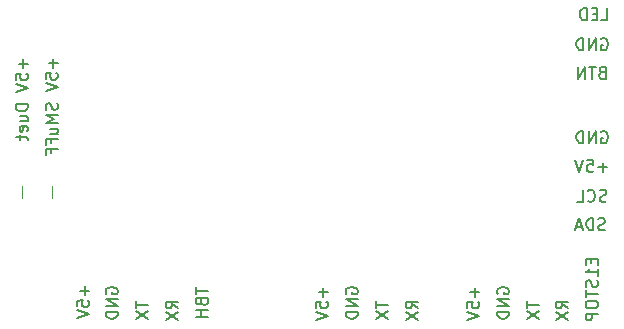
<source format=gbr>
G04 #@! TF.GenerationSoftware,KiCad,Pcbnew,(5.1.2)-2*
G04 #@! TF.CreationDate,2022-01-25T10:57:59+01:00*
G04 #@! TF.ProjectId,SMuFF-Ifc2-ESP32,534d7546-462d-4496-9663-322d45535033,rev?*
G04 #@! TF.SameCoordinates,Original*
G04 #@! TF.FileFunction,Legend,Bot*
G04 #@! TF.FilePolarity,Positive*
%FSLAX46Y46*%
G04 Gerber Fmt 4.6, Leading zero omitted, Abs format (unit mm)*
G04 Created by KiCad (PCBNEW (5.1.2)-2) date 2022-01-25 10:57:59*
%MOMM*%
%LPD*%
G04 APERTURE LIST*
%ADD10C,0.150000*%
%ADD11C,0.120000*%
G04 APERTURE END LIST*
D10*
X111323428Y-106537285D02*
X111323428Y-107299190D01*
X111704380Y-106918238D02*
X110942476Y-106918238D01*
X110704380Y-108251571D02*
X110704380Y-107775380D01*
X111180571Y-107727761D01*
X111132952Y-107775380D01*
X111085333Y-107870619D01*
X111085333Y-108108714D01*
X111132952Y-108203952D01*
X111180571Y-108251571D01*
X111275809Y-108299190D01*
X111513904Y-108299190D01*
X111609142Y-108251571D01*
X111656761Y-108203952D01*
X111704380Y-108108714D01*
X111704380Y-107870619D01*
X111656761Y-107775380D01*
X111609142Y-107727761D01*
X110704380Y-108584904D02*
X111704380Y-108918238D01*
X110704380Y-109251571D01*
D11*
X108585000Y-98044000D02*
X108585000Y-99060000D01*
X106045000Y-98044000D02*
X106045000Y-99060000D01*
D10*
X106116428Y-87344666D02*
X106116428Y-88106571D01*
X106497380Y-87725619D02*
X105735476Y-87725619D01*
X105497380Y-89058952D02*
X105497380Y-88582761D01*
X105973571Y-88535142D01*
X105925952Y-88582761D01*
X105878333Y-88678000D01*
X105878333Y-88916095D01*
X105925952Y-89011333D01*
X105973571Y-89058952D01*
X106068809Y-89106571D01*
X106306904Y-89106571D01*
X106402142Y-89058952D01*
X106449761Y-89011333D01*
X106497380Y-88916095D01*
X106497380Y-88678000D01*
X106449761Y-88582761D01*
X106402142Y-88535142D01*
X105497380Y-89392285D02*
X106497380Y-89725619D01*
X105497380Y-90058952D01*
X106497380Y-91154190D02*
X105497380Y-91154190D01*
X105497380Y-91392285D01*
X105545000Y-91535142D01*
X105640238Y-91630380D01*
X105735476Y-91678000D01*
X105925952Y-91725619D01*
X106068809Y-91725619D01*
X106259285Y-91678000D01*
X106354523Y-91630380D01*
X106449761Y-91535142D01*
X106497380Y-91392285D01*
X106497380Y-91154190D01*
X105830714Y-92582761D02*
X106497380Y-92582761D01*
X105830714Y-92154190D02*
X106354523Y-92154190D01*
X106449761Y-92201809D01*
X106497380Y-92297047D01*
X106497380Y-92439904D01*
X106449761Y-92535142D01*
X106402142Y-92582761D01*
X106449761Y-93439904D02*
X106497380Y-93344666D01*
X106497380Y-93154190D01*
X106449761Y-93058952D01*
X106354523Y-93011333D01*
X105973571Y-93011333D01*
X105878333Y-93058952D01*
X105830714Y-93154190D01*
X105830714Y-93344666D01*
X105878333Y-93439904D01*
X105973571Y-93487523D01*
X106068809Y-93487523D01*
X106164047Y-93011333D01*
X105830714Y-93773238D02*
X105830714Y-94154190D01*
X105497380Y-93916095D02*
X106354523Y-93916095D01*
X106449761Y-93963714D01*
X106497380Y-94058952D01*
X106497380Y-94154190D01*
X108656428Y-87289190D02*
X108656428Y-88051095D01*
X109037380Y-87670142D02*
X108275476Y-87670142D01*
X108037380Y-89003476D02*
X108037380Y-88527285D01*
X108513571Y-88479666D01*
X108465952Y-88527285D01*
X108418333Y-88622523D01*
X108418333Y-88860619D01*
X108465952Y-88955857D01*
X108513571Y-89003476D01*
X108608809Y-89051095D01*
X108846904Y-89051095D01*
X108942142Y-89003476D01*
X108989761Y-88955857D01*
X109037380Y-88860619D01*
X109037380Y-88622523D01*
X108989761Y-88527285D01*
X108942142Y-88479666D01*
X108037380Y-89336809D02*
X109037380Y-89670142D01*
X108037380Y-90003476D01*
X108989761Y-91051095D02*
X109037380Y-91193952D01*
X109037380Y-91432047D01*
X108989761Y-91527285D01*
X108942142Y-91574904D01*
X108846904Y-91622523D01*
X108751666Y-91622523D01*
X108656428Y-91574904D01*
X108608809Y-91527285D01*
X108561190Y-91432047D01*
X108513571Y-91241571D01*
X108465952Y-91146333D01*
X108418333Y-91098714D01*
X108323095Y-91051095D01*
X108227857Y-91051095D01*
X108132619Y-91098714D01*
X108085000Y-91146333D01*
X108037380Y-91241571D01*
X108037380Y-91479666D01*
X108085000Y-91622523D01*
X109037380Y-92051095D02*
X108037380Y-92051095D01*
X108751666Y-92384428D01*
X108037380Y-92717761D01*
X109037380Y-92717761D01*
X108370714Y-93622523D02*
X109037380Y-93622523D01*
X108370714Y-93193952D02*
X108894523Y-93193952D01*
X108989761Y-93241571D01*
X109037380Y-93336809D01*
X109037380Y-93479666D01*
X108989761Y-93574904D01*
X108942142Y-93622523D01*
X108513571Y-94432047D02*
X108513571Y-94098714D01*
X109037380Y-94098714D02*
X108037380Y-94098714D01*
X108037380Y-94574904D01*
X108513571Y-95289190D02*
X108513571Y-94955857D01*
X109037380Y-94955857D02*
X108037380Y-94955857D01*
X108037380Y-95432047D01*
X155138333Y-88447571D02*
X154995476Y-88495190D01*
X154947857Y-88542809D01*
X154900238Y-88638047D01*
X154900238Y-88780904D01*
X154947857Y-88876142D01*
X154995476Y-88923761D01*
X155090714Y-88971380D01*
X155471666Y-88971380D01*
X155471666Y-87971380D01*
X155138333Y-87971380D01*
X155043095Y-88019000D01*
X154995476Y-88066619D01*
X154947857Y-88161857D01*
X154947857Y-88257095D01*
X154995476Y-88352333D01*
X155043095Y-88399952D01*
X155138333Y-88447571D01*
X155471666Y-88447571D01*
X154614523Y-87971380D02*
X154043095Y-87971380D01*
X154328809Y-88971380D02*
X154328809Y-87971380D01*
X153709761Y-88971380D02*
X153709761Y-87971380D01*
X153138333Y-88971380D01*
X153138333Y-87971380D01*
X155074857Y-84018380D02*
X155551047Y-84018380D01*
X155551047Y-83018380D01*
X154741523Y-83494571D02*
X154408190Y-83494571D01*
X154265333Y-84018380D02*
X154741523Y-84018380D01*
X154741523Y-83018380D01*
X154265333Y-83018380D01*
X153836761Y-84018380D02*
X153836761Y-83018380D01*
X153598666Y-83018380D01*
X153455809Y-83066000D01*
X153360571Y-83161238D01*
X153312952Y-83256476D01*
X153265333Y-83446952D01*
X153265333Y-83589809D01*
X153312952Y-83780285D01*
X153360571Y-83875523D01*
X153455809Y-83970761D01*
X153598666Y-84018380D01*
X153836761Y-84018380D01*
X155066904Y-85606000D02*
X155162142Y-85558380D01*
X155305000Y-85558380D01*
X155447857Y-85606000D01*
X155543095Y-85701238D01*
X155590714Y-85796476D01*
X155638333Y-85986952D01*
X155638333Y-86129809D01*
X155590714Y-86320285D01*
X155543095Y-86415523D01*
X155447857Y-86510761D01*
X155305000Y-86558380D01*
X155209761Y-86558380D01*
X155066904Y-86510761D01*
X155019285Y-86463142D01*
X155019285Y-86129809D01*
X155209761Y-86129809D01*
X154590714Y-86558380D02*
X154590714Y-85558380D01*
X154019285Y-86558380D01*
X154019285Y-85558380D01*
X153543095Y-86558380D02*
X153543095Y-85558380D01*
X153305000Y-85558380D01*
X153162142Y-85606000D01*
X153066904Y-85701238D01*
X153019285Y-85796476D01*
X152971666Y-85986952D01*
X152971666Y-86129809D01*
X153019285Y-86320285D01*
X153066904Y-86415523D01*
X153162142Y-86510761D01*
X153305000Y-86558380D01*
X153543095Y-86558380D01*
X155392285Y-101750761D02*
X155249428Y-101798380D01*
X155011333Y-101798380D01*
X154916095Y-101750761D01*
X154868476Y-101703142D01*
X154820857Y-101607904D01*
X154820857Y-101512666D01*
X154868476Y-101417428D01*
X154916095Y-101369809D01*
X155011333Y-101322190D01*
X155201809Y-101274571D01*
X155297047Y-101226952D01*
X155344666Y-101179333D01*
X155392285Y-101084095D01*
X155392285Y-100988857D01*
X155344666Y-100893619D01*
X155297047Y-100846000D01*
X155201809Y-100798380D01*
X154963714Y-100798380D01*
X154820857Y-100846000D01*
X154392285Y-101798380D02*
X154392285Y-100798380D01*
X154154190Y-100798380D01*
X154011333Y-100846000D01*
X153916095Y-100941238D01*
X153868476Y-101036476D01*
X153820857Y-101226952D01*
X153820857Y-101369809D01*
X153868476Y-101560285D01*
X153916095Y-101655523D01*
X154011333Y-101750761D01*
X154154190Y-101798380D01*
X154392285Y-101798380D01*
X153439904Y-101512666D02*
X152963714Y-101512666D01*
X153535142Y-101798380D02*
X153201809Y-100798380D01*
X152868476Y-101798380D01*
X155495476Y-99337761D02*
X155352619Y-99385380D01*
X155114523Y-99385380D01*
X155019285Y-99337761D01*
X154971666Y-99290142D01*
X154924047Y-99194904D01*
X154924047Y-99099666D01*
X154971666Y-99004428D01*
X155019285Y-98956809D01*
X155114523Y-98909190D01*
X155305000Y-98861571D01*
X155400238Y-98813952D01*
X155447857Y-98766333D01*
X155495476Y-98671095D01*
X155495476Y-98575857D01*
X155447857Y-98480619D01*
X155400238Y-98433000D01*
X155305000Y-98385380D01*
X155066904Y-98385380D01*
X154924047Y-98433000D01*
X153924047Y-99290142D02*
X153971666Y-99337761D01*
X154114523Y-99385380D01*
X154209761Y-99385380D01*
X154352619Y-99337761D01*
X154447857Y-99242523D01*
X154495476Y-99147285D01*
X154543095Y-98956809D01*
X154543095Y-98813952D01*
X154495476Y-98623476D01*
X154447857Y-98528238D01*
X154352619Y-98433000D01*
X154209761Y-98385380D01*
X154114523Y-98385380D01*
X153971666Y-98433000D01*
X153924047Y-98480619D01*
X153019285Y-99385380D02*
X153495476Y-99385380D01*
X153495476Y-98385380D01*
X155590714Y-96464428D02*
X154828809Y-96464428D01*
X155209761Y-96845380D02*
X155209761Y-96083476D01*
X153876428Y-95845380D02*
X154352619Y-95845380D01*
X154400238Y-96321571D01*
X154352619Y-96273952D01*
X154257380Y-96226333D01*
X154019285Y-96226333D01*
X153924047Y-96273952D01*
X153876428Y-96321571D01*
X153828809Y-96416809D01*
X153828809Y-96654904D01*
X153876428Y-96750142D01*
X153924047Y-96797761D01*
X154019285Y-96845380D01*
X154257380Y-96845380D01*
X154352619Y-96797761D01*
X154400238Y-96750142D01*
X153543095Y-95845380D02*
X153209761Y-96845380D01*
X152876428Y-95845380D01*
X155066904Y-93480000D02*
X155162142Y-93432380D01*
X155305000Y-93432380D01*
X155447857Y-93480000D01*
X155543095Y-93575238D01*
X155590714Y-93670476D01*
X155638333Y-93860952D01*
X155638333Y-94003809D01*
X155590714Y-94194285D01*
X155543095Y-94289523D01*
X155447857Y-94384761D01*
X155305000Y-94432380D01*
X155209761Y-94432380D01*
X155066904Y-94384761D01*
X155019285Y-94337142D01*
X155019285Y-94003809D01*
X155209761Y-94003809D01*
X154590714Y-94432380D02*
X154590714Y-93432380D01*
X154019285Y-94432380D01*
X154019285Y-93432380D01*
X153543095Y-94432380D02*
X153543095Y-93432380D01*
X153305000Y-93432380D01*
X153162142Y-93480000D01*
X153066904Y-93575238D01*
X153019285Y-93670476D01*
X152971666Y-93860952D01*
X152971666Y-94003809D01*
X153019285Y-94194285D01*
X153066904Y-94289523D01*
X153162142Y-94384761D01*
X153305000Y-94432380D01*
X153543095Y-94432380D01*
X131516428Y-106664285D02*
X131516428Y-107426190D01*
X131897380Y-107045238D02*
X131135476Y-107045238D01*
X130897380Y-108378571D02*
X130897380Y-107902380D01*
X131373571Y-107854761D01*
X131325952Y-107902380D01*
X131278333Y-107997619D01*
X131278333Y-108235714D01*
X131325952Y-108330952D01*
X131373571Y-108378571D01*
X131468809Y-108426190D01*
X131706904Y-108426190D01*
X131802142Y-108378571D01*
X131849761Y-108330952D01*
X131897380Y-108235714D01*
X131897380Y-107997619D01*
X131849761Y-107902380D01*
X131802142Y-107854761D01*
X130897380Y-108711904D02*
X131897380Y-109045238D01*
X130897380Y-109378571D01*
X133485000Y-107188095D02*
X133437380Y-107092857D01*
X133437380Y-106950000D01*
X133485000Y-106807142D01*
X133580238Y-106711904D01*
X133675476Y-106664285D01*
X133865952Y-106616666D01*
X134008809Y-106616666D01*
X134199285Y-106664285D01*
X134294523Y-106711904D01*
X134389761Y-106807142D01*
X134437380Y-106950000D01*
X134437380Y-107045238D01*
X134389761Y-107188095D01*
X134342142Y-107235714D01*
X134008809Y-107235714D01*
X134008809Y-107045238D01*
X134437380Y-107664285D02*
X133437380Y-107664285D01*
X134437380Y-108235714D01*
X133437380Y-108235714D01*
X134437380Y-108711904D02*
X133437380Y-108711904D01*
X133437380Y-108950000D01*
X133485000Y-109092857D01*
X133580238Y-109188095D01*
X133675476Y-109235714D01*
X133865952Y-109283333D01*
X134008809Y-109283333D01*
X134199285Y-109235714D01*
X134294523Y-109188095D01*
X134389761Y-109092857D01*
X134437380Y-108950000D01*
X134437380Y-108711904D01*
X135977380Y-107823095D02*
X135977380Y-108394523D01*
X136977380Y-108108809D02*
X135977380Y-108108809D01*
X135977380Y-108632619D02*
X136977380Y-109299285D01*
X135977380Y-109299285D02*
X136977380Y-108632619D01*
X139517380Y-108418333D02*
X139041190Y-108085000D01*
X139517380Y-107846904D02*
X138517380Y-107846904D01*
X138517380Y-108227857D01*
X138565000Y-108323095D01*
X138612619Y-108370714D01*
X138707857Y-108418333D01*
X138850714Y-108418333D01*
X138945952Y-108370714D01*
X138993571Y-108323095D01*
X139041190Y-108227857D01*
X139041190Y-107846904D01*
X138517380Y-108751666D02*
X139517380Y-109418333D01*
X138517380Y-109418333D02*
X139517380Y-108751666D01*
X144343428Y-106664285D02*
X144343428Y-107426190D01*
X144724380Y-107045238D02*
X143962476Y-107045238D01*
X143724380Y-108378571D02*
X143724380Y-107902380D01*
X144200571Y-107854761D01*
X144152952Y-107902380D01*
X144105333Y-107997619D01*
X144105333Y-108235714D01*
X144152952Y-108330952D01*
X144200571Y-108378571D01*
X144295809Y-108426190D01*
X144533904Y-108426190D01*
X144629142Y-108378571D01*
X144676761Y-108330952D01*
X144724380Y-108235714D01*
X144724380Y-107997619D01*
X144676761Y-107902380D01*
X144629142Y-107854761D01*
X143724380Y-108711904D02*
X144724380Y-109045238D01*
X143724380Y-109378571D01*
X146312000Y-107188095D02*
X146264380Y-107092857D01*
X146264380Y-106950000D01*
X146312000Y-106807142D01*
X146407238Y-106711904D01*
X146502476Y-106664285D01*
X146692952Y-106616666D01*
X146835809Y-106616666D01*
X147026285Y-106664285D01*
X147121523Y-106711904D01*
X147216761Y-106807142D01*
X147264380Y-106950000D01*
X147264380Y-107045238D01*
X147216761Y-107188095D01*
X147169142Y-107235714D01*
X146835809Y-107235714D01*
X146835809Y-107045238D01*
X147264380Y-107664285D02*
X146264380Y-107664285D01*
X147264380Y-108235714D01*
X146264380Y-108235714D01*
X147264380Y-108711904D02*
X146264380Y-108711904D01*
X146264380Y-108950000D01*
X146312000Y-109092857D01*
X146407238Y-109188095D01*
X146502476Y-109235714D01*
X146692952Y-109283333D01*
X146835809Y-109283333D01*
X147026285Y-109235714D01*
X147121523Y-109188095D01*
X147216761Y-109092857D01*
X147264380Y-108950000D01*
X147264380Y-108711904D01*
X148804380Y-107823095D02*
X148804380Y-108394523D01*
X149804380Y-108108809D02*
X148804380Y-108108809D01*
X148804380Y-108632619D02*
X149804380Y-109299285D01*
X148804380Y-109299285D02*
X149804380Y-108632619D01*
X152217380Y-108418333D02*
X151741190Y-108085000D01*
X152217380Y-107846904D02*
X151217380Y-107846904D01*
X151217380Y-108227857D01*
X151265000Y-108323095D01*
X151312619Y-108370714D01*
X151407857Y-108418333D01*
X151550714Y-108418333D01*
X151645952Y-108370714D01*
X151693571Y-108323095D01*
X151741190Y-108227857D01*
X151741190Y-107846904D01*
X151217380Y-108751666D02*
X152217380Y-109418333D01*
X151217380Y-109418333D02*
X152217380Y-108751666D01*
X154233571Y-104235571D02*
X154233571Y-104568904D01*
X154757380Y-104711761D02*
X154757380Y-104235571D01*
X153757380Y-104235571D01*
X153757380Y-104711761D01*
X154757380Y-105664142D02*
X154757380Y-105092714D01*
X154757380Y-105378428D02*
X153757380Y-105378428D01*
X153900238Y-105283190D01*
X153995476Y-105187952D01*
X154043095Y-105092714D01*
X154709761Y-106045095D02*
X154757380Y-106187952D01*
X154757380Y-106426047D01*
X154709761Y-106521285D01*
X154662142Y-106568904D01*
X154566904Y-106616523D01*
X154471666Y-106616523D01*
X154376428Y-106568904D01*
X154328809Y-106521285D01*
X154281190Y-106426047D01*
X154233571Y-106235571D01*
X154185952Y-106140333D01*
X154138333Y-106092714D01*
X154043095Y-106045095D01*
X153947857Y-106045095D01*
X153852619Y-106092714D01*
X153805000Y-106140333D01*
X153757380Y-106235571D01*
X153757380Y-106473666D01*
X153805000Y-106616523D01*
X153757380Y-106902238D02*
X153757380Y-107473666D01*
X154757380Y-107187952D02*
X153757380Y-107187952D01*
X153757380Y-107997476D02*
X153757380Y-108187952D01*
X153805000Y-108283190D01*
X153900238Y-108378428D01*
X154090714Y-108426047D01*
X154424047Y-108426047D01*
X154614523Y-108378428D01*
X154709761Y-108283190D01*
X154757380Y-108187952D01*
X154757380Y-107997476D01*
X154709761Y-107902238D01*
X154614523Y-107807000D01*
X154424047Y-107759380D01*
X154090714Y-107759380D01*
X153900238Y-107807000D01*
X153805000Y-107902238D01*
X153757380Y-107997476D01*
X154757380Y-108854619D02*
X153757380Y-108854619D01*
X153757380Y-109235571D01*
X153805000Y-109330809D01*
X153852619Y-109378428D01*
X153947857Y-109426047D01*
X154090714Y-109426047D01*
X154185952Y-109378428D01*
X154233571Y-109330809D01*
X154281190Y-109235571D01*
X154281190Y-108854619D01*
X113165000Y-107188095D02*
X113117380Y-107092857D01*
X113117380Y-106950000D01*
X113165000Y-106807142D01*
X113260238Y-106711904D01*
X113355476Y-106664285D01*
X113545952Y-106616666D01*
X113688809Y-106616666D01*
X113879285Y-106664285D01*
X113974523Y-106711904D01*
X114069761Y-106807142D01*
X114117380Y-106950000D01*
X114117380Y-107045238D01*
X114069761Y-107188095D01*
X114022142Y-107235714D01*
X113688809Y-107235714D01*
X113688809Y-107045238D01*
X114117380Y-107664285D02*
X113117380Y-107664285D01*
X114117380Y-108235714D01*
X113117380Y-108235714D01*
X114117380Y-108711904D02*
X113117380Y-108711904D01*
X113117380Y-108950000D01*
X113165000Y-109092857D01*
X113260238Y-109188095D01*
X113355476Y-109235714D01*
X113545952Y-109283333D01*
X113688809Y-109283333D01*
X113879285Y-109235714D01*
X113974523Y-109188095D01*
X114069761Y-109092857D01*
X114117380Y-108950000D01*
X114117380Y-108711904D01*
X115657380Y-107823095D02*
X115657380Y-108394523D01*
X116657380Y-108108809D02*
X115657380Y-108108809D01*
X115657380Y-108632619D02*
X116657380Y-109299285D01*
X115657380Y-109299285D02*
X116657380Y-108632619D01*
X119197380Y-108418333D02*
X118721190Y-108085000D01*
X119197380Y-107846904D02*
X118197380Y-107846904D01*
X118197380Y-108227857D01*
X118245000Y-108323095D01*
X118292619Y-108370714D01*
X118387857Y-108418333D01*
X118530714Y-108418333D01*
X118625952Y-108370714D01*
X118673571Y-108323095D01*
X118721190Y-108227857D01*
X118721190Y-107846904D01*
X118197380Y-108751666D02*
X119197380Y-109418333D01*
X118197380Y-109418333D02*
X119197380Y-108751666D01*
X120737380Y-106640476D02*
X120737380Y-107211904D01*
X121737380Y-106926190D02*
X120737380Y-106926190D01*
X121213571Y-107878571D02*
X121261190Y-108021428D01*
X121308809Y-108069047D01*
X121404047Y-108116666D01*
X121546904Y-108116666D01*
X121642142Y-108069047D01*
X121689761Y-108021428D01*
X121737380Y-107926190D01*
X121737380Y-107545238D01*
X120737380Y-107545238D01*
X120737380Y-107878571D01*
X120785000Y-107973809D01*
X120832619Y-108021428D01*
X120927857Y-108069047D01*
X121023095Y-108069047D01*
X121118333Y-108021428D01*
X121165952Y-107973809D01*
X121213571Y-107878571D01*
X121213571Y-107545238D01*
X121737380Y-108545238D02*
X120737380Y-108545238D01*
X121213571Y-108545238D02*
X121213571Y-109116666D01*
X121737380Y-109116666D02*
X120737380Y-109116666D01*
M02*

</source>
